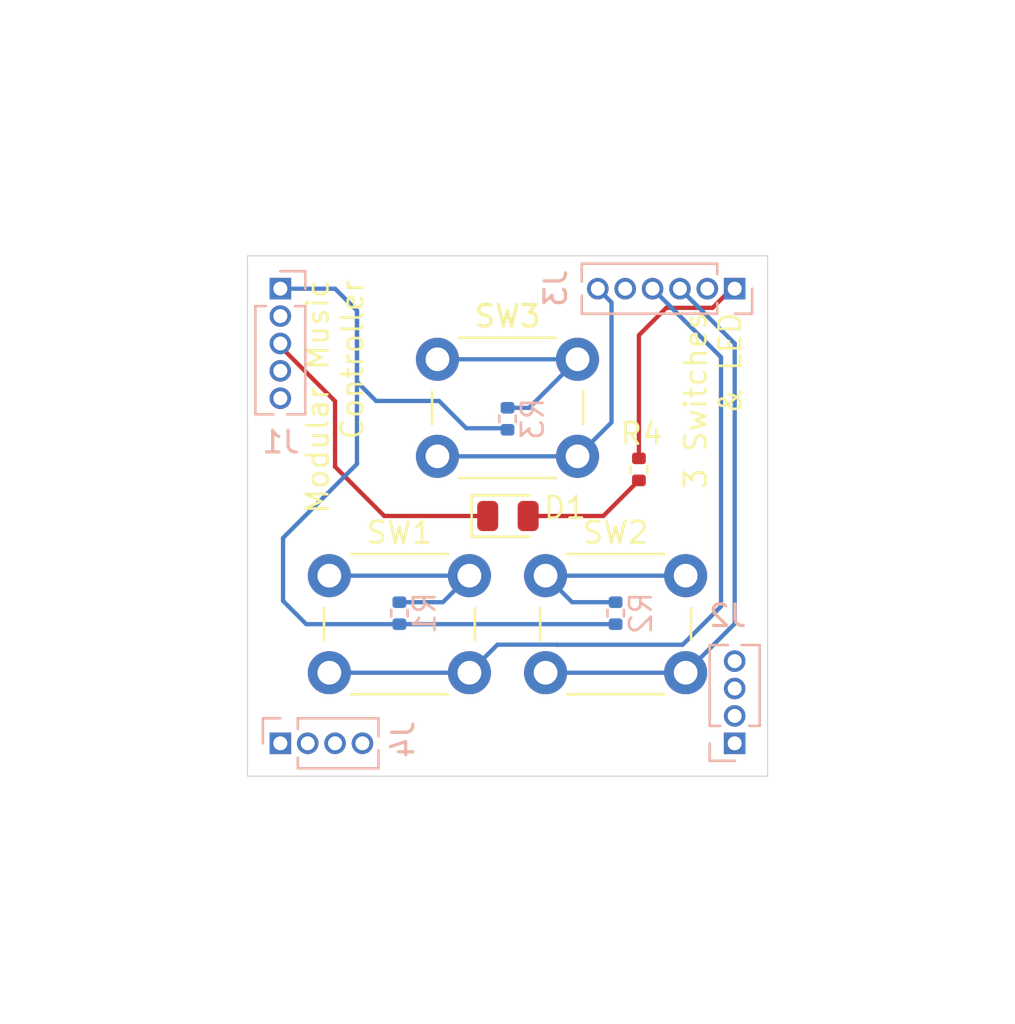
<source format=kicad_pcb>
(kicad_pcb (version 20241229) (generator "pcbnew") (generator_version "9.0")
  (title_block (title "Modular Music Controller / Block / Three Switches") (date "2025-12-03") (rev "1") (company "Dennis Schulmeister-Zimolong"))
  (layers (0 "F.Cu" signal) (2 "B.Cu" signal) (13 "F.Paste" user) (15 "B.Paste" user) (5 "F.SilkS" user "F.Silkscreen") (7 "B.SilkS" user "B.Silkscreen") (1 "F.Mask" user) (3 "B.Mask" user) (25 "Edge.Cuts" user))
  (net 0 "")
  (net 1 "GND")
  (net 2 "Net-(D1-A)")
  (net 3 "/SlotBus.Clock")
  (net 4 "/AREF")
  (net 5 "/+3.3V Digital")
  (net 6 "/SlotBus.Data")
  (net 7 "/Addr3")
  (net 8 "/Addr0")
  (net 9 "/Addr1")
  (net 10 "/Addr2")
  (net 11 "/B")
  (net 12 "/C")
  (net 13 "/LED")
  (net 14 "/A1")
  (net 15 "/A")
  (net 16 "/A0")
  (net 17 "/Typ3")
  (net 18 "/Typ0")
  (net 19 "/Typ1")
  (net 20 "/Typ2")
  (net 21 "Net-(R1-Pad2)")
  (net 22 "Net-(R2-Pad2)")
  (net 23 "Net-(R3-Pad2)")
  (footprint "Button_Switch_THT:SW_PUSH_6mm" (layer "F.Cu") (at 135.815 106.39819)
    (property "Reference" "SW3" (at 3.25 -2 0) (layer "F.SilkS"))
    (property "Value" "SW_Push")
    (fp_line (start -0.25 1.5) (end -0.25 3) (stroke (width 0.12)) (layer "F.SilkS"))
    (fp_line (start 1 5.5) (end 5.5 5.5) (stroke (width 0.12)) (layer "F.SilkS"))
    (fp_line (start 5.5 -1) (end 1 -1) (stroke (width 0.12)) (layer "F.SilkS"))
    (fp_line (start 6.75 3) (end 6.75 1.5) (stroke (width 0.12)) (layer "F.SilkS"))
    (pad "1" thru_hole circle (at 0 0 90) (size 2 2) (drill 1.1) (layers "*.Cu" "*.Mask") (net 23 "Net-(R3-Pad2)"))
    (pad "1" thru_hole circle (at 6.5 0 90) (size 2 2) (drill 1.1) (layers "*.Cu" "*.Mask") (net 23 "Net-(R3-Pad2)"))
    (pad "2" thru_hole circle (at 0 4.5 90) (size 2 2) (drill 1.1) (layers "*.Cu" "*.Mask") (net 16 "/A0"))
    (pad "2" thru_hole circle (at 6.5 4.5 90) (size 2 2) (drill 1.1) (layers "*.Cu" "*.Mask") (net 16 "/A0"))
  )
  (footprint "LED_SMD:LED_0805_2012Metric" (layer "F.Cu") (at 139.085 113.665)
    (property "Reference" "D1" (at 2.647 -0.381 0) (layer "F.SilkS") (effects (font (thickness 0.125))))
    (property "Value" "LED")
    (fp_line (start -1.685 -0.96) (end -1.685 0.96) (stroke (width 0.12)) (layer "F.SilkS"))
    (fp_line (start -1.685 0.96) (end 1 0.96) (stroke (width 0.12)) (layer "F.SilkS"))
    (fp_line (start 1 -0.96) (end -1.685 -0.96) (stroke (width 0.12)) (layer "F.SilkS"))
    (pad "1" smd roundrect (at -0.9375 0) (size 0.975 1.4) (layers "F.Cu" "F.Mask" "F.Paste") (net 1 "GND"))
    (pad "2" smd roundrect (at 0.9375 0) (size 0.975 1.4) (layers "F.Cu" "F.Mask" "F.Paste") (net 2 "Net-(D1-A)"))
  )
  (footprint "Button_Switch_THT:SW_PUSH_6mm" (layer "F.Cu") (at 140.8313 116.43181)
    (property "Reference" "SW2" (at 3.25 -2 0) (layer "F.SilkS") (effects (font (thickness 0.125))))
    (property "Value" "SW_Push")
    (fp_line (start -0.25 1.5) (end -0.25 3) (stroke (width 0.12)) (layer "F.SilkS"))
    (fp_line (start 1 5.5) (end 5.5 5.5) (stroke (width 0.12)) (layer "F.SilkS"))
    (fp_line (start 5.5 -1) (end 1 -1) (stroke (width 0.12)) (layer "F.SilkS"))
    (fp_line (start 6.75 3) (end 6.75 1.5) (stroke (width 0.12)) (layer "F.SilkS"))
    (pad "1" thru_hole circle (at 0 0 90) (size 2 2) (drill 1.1) (layers "*.Cu" "*.Mask") (net 22 "Net-(R2-Pad2)"))
    (pad "1" thru_hole circle (at 6.5 0 90) (size 2 2) (drill 1.1) (layers "*.Cu" "*.Mask") (net 22 "Net-(R2-Pad2)"))
    (pad "2" thru_hole circle (at 0 4.5 90) (size 2 2) (drill 1.1) (layers "*.Cu" "*.Mask") (net 11 "/B"))
    (pad "2" thru_hole circle (at 6.5 4.5 90) (size 2 2) (drill 1.1) (layers "*.Cu" "*.Mask") (net 11 "/B"))
  )
  (footprint "Resistor_SMD:R_0402_1005Metric" (layer "F.Cu") (at 145.161 111.504 -90)
    (property "Reference" "R4" (at -1.649 -0.127 180) (layer "F.SilkS") (effects (font (thickness 0.125))))
    (property "Value" "1k")
    (fp_line (start -0.153641 0.38) (end 0.153641 0.38) (stroke (width 0.12)) (layer "F.SilkS"))
    (fp_line (start -0.153641 -0.38) (end 0.153641 -0.38) (stroke (width 0.12)) (layer "F.SilkS"))
    (pad "1" smd roundrect (at -0.51 0 270) (size 0.54 0.64) (layers "F.Cu" "F.Mask" "F.Paste") (net 13 "/LED"))
    (pad "2" smd roundrect (at 0.51 0 270) (size 0.54 0.64) (layers "F.Cu" "F.Mask" "F.Paste") (net 2 "Net-(D1-A)"))
  )
  (footprint "Button_Switch_THT:SW_PUSH_6mm" (layer "F.Cu") (at 130.7987 116.43181)
    (property "Reference" "SW1" (at 3.25 -2 0) (layer "F.SilkS") (effects (font (thickness 0.125))))
    (property "Value" "SW_Push")
    (fp_line (start -0.25 1.5) (end -0.25 3) (stroke (width 0.12)) (layer "F.SilkS"))
    (fp_line (start 1 5.5) (end 5.5 5.5) (stroke (width 0.12)) (layer "F.SilkS"))
    (fp_line (start 5.5 -1) (end 1 -1) (stroke (width 0.12)) (layer "F.SilkS"))
    (fp_line (start 6.75 3) (end 6.75 1.5) (stroke (width 0.12)) (layer "F.SilkS"))
    (pad "1" thru_hole circle (at 0 0 90) (size 2 2) (drill 1.1) (layers "*.Cu" "*.Mask") (net 21 "Net-(R1-Pad2)"))
    (pad "1" thru_hole circle (at 6.5 0 90) (size 2 2) (drill 1.1) (layers "*.Cu" "*.Mask") (net 21 "Net-(R1-Pad2)"))
    (pad "2" thru_hole circle (at 0 4.5 90) (size 2 2) (drill 1.1) (layers "*.Cu" "*.Mask") (net 15 "/A"))
    (pad "2" thru_hole circle (at 6.5 4.5 90) (size 2 2) (drill 1.1) (layers "*.Cu" "*.Mask") (net 15 "/A"))
  )
  (footprint "Connector_PinHeader_1.27mm:PinHeader_1x04_P1.27mm_Vertical" (layer "B.Cu") (at 128.525 124.205 -90)
    (property "Reference" "J4" (at -0.1778 -5.6956 90) (layer "B.SilkS") (effects (justify mirror)))
    (property "Value" "Samtec MTMS-104-02-T-S-100")
    (fp_line (start -1.16 0.81) (end 0 0.81) (stroke (width 0.12)) (layer "B.SilkS"))
    (fp_line (start -1.16 0) (end -1.16 0.81) (stroke (width 0.12)) (layer "B.SilkS"))
    (fp_line (start -1.16 -0.81) (end -0.666708 -0.81) (stroke (width 0.12)) (layer "B.SilkS"))
    (fp_line (start -1.16 -0.81) (end -1.16 -4.555) (stroke (width 0.12)) (layer "B.SilkS"))
    (fp_line (start 0.666708 -0.81) (end 1.16 -0.81) (stroke (width 0.12)) (layer "B.SilkS"))
    (fp_line (start 1.16 -0.81) (end 1.16 -4.555) (stroke (width 0.12)) (layer "B.SilkS"))
    (fp_line (start -1.16 -4.555) (end -0.317923 -4.555) (stroke (width 0.12)) (layer "B.SilkS"))
    (fp_line (start 0.317923 -4.555) (end 1.16 -4.555) (stroke (width 0.12)) (layer "B.SilkS"))
    (pad "1" thru_hole rect (at 0 0 270) (size 1 1) (drill 0.65) (layers "*.Cu" "*.Mask") (net 18 "/Typ0"))
    (pad "2" thru_hole circle (at 0 -1.27 270) (size 1 1) (drill 0.65) (layers "*.Cu" "*.Mask") (net 19 "/Typ1"))
    (pad "3" thru_hole circle (at 0 -2.54 270) (size 1 1) (drill 0.65) (layers "*.Cu" "*.Mask") (net 20 "/Typ2"))
    (pad "4" thru_hole circle (at 0 -3.81 270) (size 1 1) (drill 0.65) (layers "*.Cu" "*.Mask") (net 17 "/Typ3"))
  )
  (footprint "Resistor_SMD:R_0402_1005Metric" (layer "B.Cu") (at 139.065 109.15819 90)
    (property "Reference" "R3" (at 0 1.17 90) (layer "B.SilkS") (effects (font (thickness 0.125)) (justify mirror)))
    (property "Value" "1k")
    (fp_line (start -0.153641 -0.38) (end 0.153641 -0.38) (stroke (width 0.12)) (layer "B.SilkS"))
    (fp_line (start -0.153641 0.38) (end 0.153641 0.38) (stroke (width 0.12)) (layer "B.SilkS"))
    (pad "1" smd roundrect (at -0.51 0 90) (size 0.54 0.64) (layers "B.Cu" "B.Mask" "B.Paste") (net 5 "/+3.3V Digital"))
    (pad "2" smd roundrect (at 0.51 0 90) (size 0.54 0.64) (layers "B.Cu" "B.Mask" "B.Paste") (net 23 "Net-(R3-Pad2)"))
  )
  (footprint "Resistor_SMD:R_0402_1005Metric" (layer "B.Cu") (at 144.0813 118.17181 90)
    (property "Reference" "R2" (at 0 1.17 90) (layer "B.SilkS") (effects (font (thickness 0.125)) (justify mirror)))
    (property "Value" "1k")
    (fp_line (start -0.153641 -0.38) (end 0.153641 -0.38) (stroke (width 0.12)) (layer "B.SilkS"))
    (fp_line (start -0.153641 0.38) (end 0.153641 0.38) (stroke (width 0.12)) (layer "B.SilkS"))
    (pad "1" smd roundrect (at -0.51 0 90) (size 0.54 0.64) (layers "B.Cu" "B.Mask" "B.Paste") (net 5 "/+3.3V Digital"))
    (pad "2" smd roundrect (at 0.51 0 90) (size 0.54 0.64) (layers "B.Cu" "B.Mask" "B.Paste") (net 22 "Net-(R2-Pad2)"))
  )
  (footprint "Resistor_SMD:R_0402_1005Metric" (layer "B.Cu") (at 134.0487 118.17181 90)
    (property "Reference" "R1" (at 0 1.17 90) (layer "B.SilkS") (effects (font (thickness 0.125)) (justify mirror)))
    (property "Value" "1k")
    (fp_line (start -0.153641 -0.38) (end 0.153641 -0.38) (stroke (width 0.12)) (layer "B.SilkS"))
    (fp_line (start -0.153641 0.38) (end 0.153641 0.38) (stroke (width 0.12)) (layer "B.SilkS"))
    (pad "1" smd roundrect (at -0.51 0 90) (size 0.54 0.64) (layers "B.Cu" "B.Mask" "B.Paste") (net 5 "/+3.3V Digital"))
    (pad "2" smd roundrect (at 0.51 0 90) (size 0.54 0.64) (layers "B.Cu" "B.Mask" "B.Paste") (net 21 "Net-(R1-Pad2)"))
  )
  (footprint "Connector_PinHeader_1.27mm:PinHeader_1x04_P1.27mm_Vertical" (layer "B.Cu") (at 149.605 124.205)
    (property "Reference" "J2" (at -0.317923 -5.9182 0) (layer "B.SilkS") (effects (justify mirror)))
    (property "Value" "Samtec MTMS-104-02-T-S-100")
    (fp_line (start -1.16 -4.555) (end -0.317923 -4.555) (stroke (width 0.12)) (layer "B.SilkS"))
    (fp_line (start -1.16 -0.81) (end -1.16 -4.555) (stroke (width 0.12)) (layer "B.SilkS"))
    (fp_line (start -1.16 -0.81) (end -0.666708 -0.81) (stroke (width 0.12)) (layer "B.SilkS"))
    (fp_line (start -1.16 0) (end -1.16 0.81) (stroke (width 0.12)) (layer "B.SilkS"))
    (fp_line (start -1.16 0.81) (end 0 0.81) (stroke (width 0.12)) (layer "B.SilkS"))
    (fp_line (start 0.317923 -4.555) (end 1.16 -4.555) (stroke (width 0.12)) (layer "B.SilkS"))
    (fp_line (start 0.666708 -0.81) (end 1.16 -0.81) (stroke (width 0.12)) (layer "B.SilkS"))
    (fp_line (start 1.16 -0.81) (end 1.16 -4.555) (stroke (width 0.12)) (layer "B.SilkS"))
    (pad "1" thru_hole rect (at 0 0) (size 1 1) (drill 0.65) (layers "*.Cu" "*.Mask") (net 8 "/Addr0"))
    (pad "2" thru_hole circle (at 0 -1.27) (size 1 1) (drill 0.65) (layers "*.Cu" "*.Mask") (net 9 "/Addr1"))
    (pad "3" thru_hole circle (at 0 -2.54) (size 1 1) (drill 0.65) (layers "*.Cu" "*.Mask") (net 10 "/Addr2"))
    (pad "4" thru_hole circle (at 0 -3.81) (size 1 1) (drill 0.65) (layers "*.Cu" "*.Mask") (net 7 "/Addr3"))
  )
  (footprint "Connector_PinHeader_1.27mm:PinHeader_1x05_P1.27mm_Vertical" (layer "B.Cu") (at 128.525 103.125 180)
    (property "Reference" "J1" (at -0.0254 -7.112 180) (layer "B.SilkS") (effects (justify mirror)))
    (property "Value" "Samtec MTMS-105-02-T-S-100")
    (fp_line (start 1.16 -0.81) (end 1.16 -5.825) (stroke (width 0.12)) (layer "B.SilkS"))
    (fp_line (start 0.666708 -0.81) (end 1.16 -0.81) (stroke (width 0.12)) (layer "B.SilkS"))
    (fp_line (start 0.317923 -5.825) (end 1.16 -5.825) (stroke (width 0.12)) (layer "B.SilkS"))
    (fp_line (start -1.16 0.81) (end 0 0.81) (stroke (width 0.12)) (layer "B.SilkS"))
    (fp_line (start -1.16 0) (end -1.16 0.81) (stroke (width 0.12)) (layer "B.SilkS"))
    (fp_line (start -1.16 -0.81) (end -0.666708 -0.81) (stroke (width 0.12)) (layer "B.SilkS"))
    (fp_line (start -1.16 -0.81) (end -1.16 -5.825) (stroke (width 0.12)) (layer "B.SilkS"))
    (fp_line (start -1.16 -5.825) (end -0.317923 -5.825) (stroke (width 0.12)) (layer "B.SilkS"))
    (pad "1" thru_hole rect (at 0 0 180) (size 1 1) (drill 0.65) (layers "*.Cu" "*.Mask") (net 5 "/+3.3V Digital"))
    (pad "2" thru_hole circle (at 0 -1.27 180) (size 1 1) (drill 0.65) (layers "*.Cu" "*.Mask") (net 4 "/AREF"))
    (pad "3" thru_hole circle (at 0 -2.54 180) (size 1 1) (drill 0.65) (layers "*.Cu" "*.Mask") (net 1 "GND"))
    (pad "4" thru_hole circle (at 0 -3.81 180) (size 1 1) (drill 0.65) (layers "*.Cu" "*.Mask") (net 6 "/SlotBus.Data"))
    (pad "5" thru_hole circle (at 0 -5.08 180) (size 1 1) (drill 0.65) (layers "*.Cu" "*.Mask") (net 3 "/SlotBus.Clock"))
  )
  (footprint "Connector_PinHeader_1.27mm:PinHeader_1x06_P1.27mm_Vertical" (layer "B.Cu") (at 149.605 103.125 90)
    (property "Reference" "J3" (at 0.0254 -8.3058 90) (layer "B.SilkS") (effects (justify mirror)))
    (property "Value" "Samtec  MTMS-106-02-T-S-100")
    (fp_line (start 0.317923 -7.095) (end 1.16 -7.095) (stroke (width 0.12)) (layer "B.SilkS"))
    (fp_line (start -1.16 -7.095) (end -0.317923 -7.095) (stroke (width 0.12)) (layer "B.SilkS"))
    (fp_line (start 1.16 -0.81) (end 1.16 -7.095) (stroke (width 0.12)) (layer "B.SilkS"))
    (fp_line (start 0.666708 -0.81) (end 1.16 -0.81) (stroke (width 0.12)) (layer "B.SilkS"))
    (fp_line (start -1.16 -0.81) (end -1.16 -7.095) (stroke (width 0.12)) (layer "B.SilkS"))
    (fp_line (start -1.16 -0.81) (end -0.666708 -0.81) (stroke (width 0.12)) (layer "B.SilkS"))
    (fp_line (start -1.16 0) (end -1.16 0.81) (stroke (width 0.12)) (layer "B.SilkS"))
    (fp_line (start -1.16 0.81) (end 0 0.81) (stroke (width 0.12)) (layer "B.SilkS"))
    (pad "1" thru_hole rect (at 0 0 90) (size 1 1) (drill 0.65) (layers "*.Cu" "*.Mask") (net 13 "/LED"))
    (pad "2" thru_hole circle (at 0 -1.27 90) (size 1 1) (drill 0.65) (layers "*.Cu" "*.Mask") (net 12 "/C"))
    (pad "3" thru_hole circle (at 0 -2.54 90) (size 1 1) (drill 0.65) (layers "*.Cu" "*.Mask") (net 11 "/B"))
    (pad "4" thru_hole circle (at 0 -3.81 90) (size 1 1) (drill 0.65) (layers "*.Cu" "*.Mask") (net 15 "/A"))
    (pad "5" thru_hole circle (at 0 -5.08 90) (size 1 1) (drill 0.65) (layers "*.Cu" "*.Mask") (net 14 "/A1"))
    (pad "6" thru_hole circle (at 0 -6.35 90) (size 1 1) (drill 0.65) (layers "*.Cu" "*.Mask") (net 16 "/A0"))
  )
  (gr_rect (start 127 101.6) (end 151.13 125.73) (stroke (width 0.05)) (fill no) (layer "Edge.Cuts"))
  (gr_text "3 Switches\n& LED" (at 149.987 104.14 90) (layer "F.SilkS") (effects (font (size 1 1) (thickness 0.125)) (justify right bottom)))
  (gr_text "Modular Music\nController" (at 129.667 102.616 90) (layer "F.SilkS") (effects (font (size 1 1) (thickness 0.125)) (justify right top)))
  (segment (start 131.064 108.341214) (end 128.525 105.802214) (width 0.2) (layer "F.Cu") (net 1))
  (segment (start 131.064 111.379) (end 131.064 108.341214) (width 0.2) (layer "F.Cu") (net 1))
  (segment (start 133.35 113.665) (end 131.064 111.379) (width 0.2) (layer "F.Cu") (net 1))
  (segment (start 128.525 105.802214) (end 128.525 105.665) (width 0.2) (layer "F.Cu") (net 1))
  (segment (start 138.1475 113.665) (end 133.35 113.665) (width 0.2) (layer "F.Cu") (net 1))
  (segment (start 143.51 113.665) (end 145.161 112.014) (width 0.2) (layer "F.Cu") (net 2))
  (segment (start 140.0225 113.665) (end 143.51 113.665) (width 0.2) (layer "F.Cu") (net 2))
  (segment (start 144.0813 118.68181) (end 134.0487 118.68181) (width 0.2) (layer "B.Cu") (net 5))
  (segment (start 134.0487 118.68181) (end 129.73081 118.68181) (width 0.2) (layer "B.Cu") (net 5))
  (segment (start 132.969 108.331) (end 132.08 107.442) (width 0.2) (layer "B.Cu") (net 5))
  (segment (start 137.15619 109.59719) (end 135.89 108.331) (width 0.2) (layer "B.Cu") (net 5))
  (segment (start 132.08 107.442) (end 132.08 104.14) (width 0.2) (layer "B.Cu") (net 5))
  (segment (start 129.73081 118.68181) (end 128.651 117.602) (width 0.2) (layer "B.Cu") (net 5))
  (segment (start 138.994 109.59719) (end 137.15619 109.59719) (width 0.2) (layer "B.Cu") (net 5))
  (segment (start 128.651 117.602) (end 128.651 114.681) (width 0.2) (layer "B.Cu") (net 5))
  (segment (start 139.065 109.66819) (end 138.994 109.59719) (width 0.2) (layer "B.Cu") (net 5))
  (segment (start 132.08 111.252) (end 132.08 104.14) (width 0.2) (layer "B.Cu") (net 5))
  (segment (start 132.08 104.14) (end 131.065 103.125) (width 0.2) (layer "B.Cu") (net 5))
  (segment (start 131.065 103.125) (end 128.525 103.125) (width 0.2) (layer "B.Cu") (net 5))
  (segment (start 128.651 114.681) (end 132.08 111.252) (width 0.2) (layer "B.Cu") (net 5))
  (segment (start 135.89 108.331) (end 132.969 108.331) (width 0.2) (layer "B.Cu") (net 5))
  (segment (start 147.3313 120.93181) (end 149.606 118.65711) (width 0.2) (layer "B.Cu") (net 11))
  (segment (start 147.3313 120.93181) (end 140.8313 120.93181) (width 0.2) (layer "B.Cu") (net 11))
  (segment (start 149.606 105.666) (end 147.065 103.125) (width 0.2) (layer "B.Cu") (net 11))
  (segment (start 149.606 118.65711) (end 149.606 105.666) (width 0.2) (layer "B.Cu") (net 11))
  (segment (start 146.431 104.013) (end 148.579786 104.013) (width 0.2) (layer "F.Cu") (net 13))
  (segment (start 148.579786 104.013) (end 149.467786 103.125) (width 0.2) (layer "F.Cu") (net 13))
  (segment (start 145.161 105.283) (end 146.431 104.013) (width 0.2) (layer "F.Cu") (net 13))
  (segment (start 149.467786 103.125) (end 149.605 103.125) (width 0.2) (layer "F.Cu") (net 13))
  (segment (start 145.161 110.994) (end 145.161 105.283) (width 0.2) (layer "F.Cu") (net 13))
  (segment (start 137.2987 120.93181) (end 138.5997 119.63081) (width 0.2) (layer "B.Cu") (net 15))
  (segment (start 137.2987 120.93181) (end 130.7987 120.93181) (width 0.2) (layer "B.Cu") (net 15))
  (segment (start 141.373382 119.634) (end 147.193 119.634) (width 0.2) (layer "B.Cu") (net 15))
  (segment (start 141.370192 119.63081) (end 141.373382 119.634) (width 0.2) (layer "B.Cu") (net 15))
  (segment (start 138.5997 119.63081) (end 141.370192 119.63081) (width 0.2) (layer "B.Cu") (net 15))
  (segment (start 148.971 106.301) (end 145.795 103.125) (width 0.2) (layer "B.Cu") (net 15))
  (segment (start 148.971 117.856) (end 148.971 106.301) (width 0.2) (layer "B.Cu") (net 15))
  (segment (start 147.193 119.634) (end 148.971 117.856) (width 0.2) (layer "B.Cu") (net 15))
  (segment (start 143.891 109.32219) (end 143.891 103.761) (width 0.2) (layer "B.Cu") (net 16))
  (segment (start 142.315 110.89819) (end 143.891 109.32219) (width 0.2) (layer "B.Cu") (net 16))
  (segment (start 143.891 103.761) (end 143.255 103.125) (width 0.2) (layer "B.Cu") (net 16))
  (segment (start 142.315 110.89819) (end 135.815 110.89819) (width 0.2) (layer "B.Cu") (net 16))
  (segment (start 134.0487 117.66181) (end 136.0687 117.66181) (width 0.2) (layer "B.Cu") (net 21))
  (segment (start 136.0687 117.66181) (end 137.2987 116.43181) (width 0.2) (layer "B.Cu") (net 21))
  (segment (start 137.2987 116.43181) (end 130.7987 116.43181) (width 0.2) (layer "B.Cu") (net 21))
  (segment (start 147.3313 116.43181) (end 140.8313 116.43181) (width 0.2) (layer "B.Cu") (net 22))
  (segment (start 142.0613 117.66181) (end 140.8313 116.43181) (width 0.2) (layer "B.Cu") (net 22))
  (segment (start 144.0813 117.66181) (end 142.0613 117.66181) (width 0.2) (layer "B.Cu") (net 22))
  (segment (start 140.065 108.64819) (end 142.315 106.39819) (width 0.2) (layer "B.Cu") (net 23))
  (segment (start 139.065 108.64819) (end 140.065 108.64819) (width 0.2) (layer "B.Cu") (net 23))
  (segment (start 142.315 106.39819) (end 135.815 106.39819) (width 0.2) (layer "B.Cu") (net 23))
)
</source>
